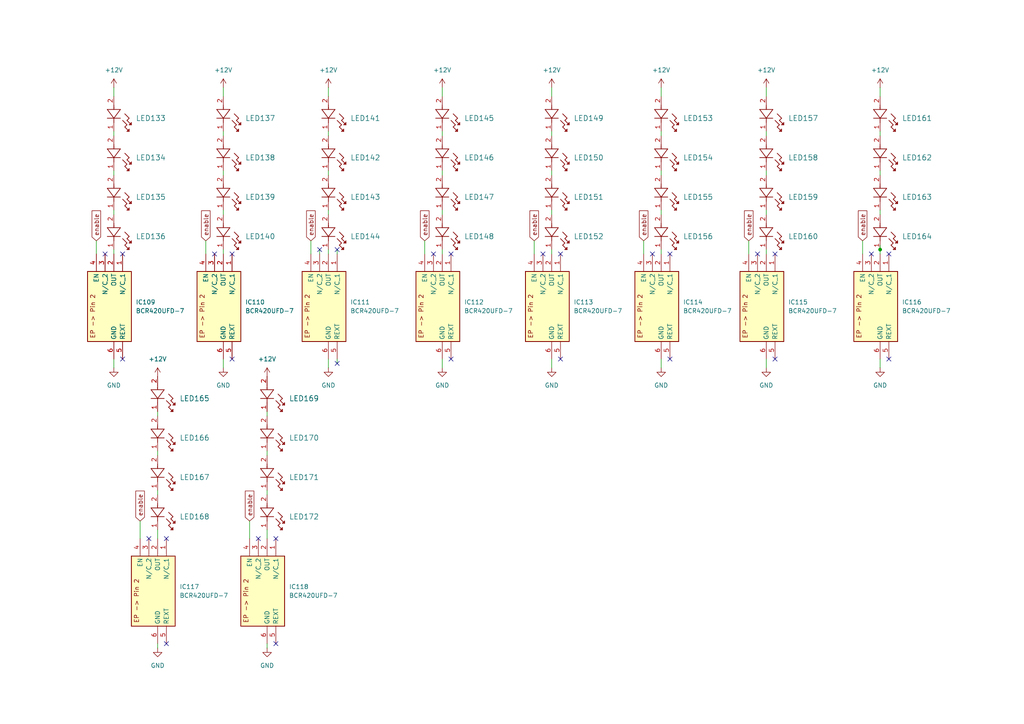
<source format=kicad_sch>
(kicad_sch (version 20250114) (generator "eeschema") (generator_version "9.0")
  (paper "A4")
  (lib_symbols
    (symbol "Projekt:KW_DELPS2.RA-TIVH-FK0PM0-Z555" (pin_names (offset 0.254))
      (property "Reference" "LED" (at 5.08 -4.445 0))
      (property "Value" "KW DELPS2.RA-TIVH-FK0PM0-Z555" (at 5.08 -7.62 0))
      (symbol "KW_DELPS2.RA-TIVH-FK0PM0-Z555_1_1"
        (pin unspecified line (at 0 0 0) (length 2.54) (name "") (number "2"))
        (pin unspecified line (at 10.16 0 180) (length 2.54) (name "") (number "1"))
      )
      (symbol "KW_DELPS2.RA-TIVH-FK0PM0-Z555_1_2"
        (pin unspecified line (at 0 10.16 270) (length 2.54) (name "") (number "1"))
        (pin unspecified line (at 0 0 90) (length 2.54) (name "") (number "2"))
      )
    )
    (symbol "Treiber:BCR420UFD-7"
      (property "Reference" "IC" (at 26.67 7.62 0))
      (property "Value" "BCR420UFD-7" (at 26.67 5.08 0))
      (symbol "BCR420UFD-7_1_1"
        (text "EP -> Pin 2" (at 18.034 -8.636 0) (effects (font (size 1.27 1.27))))
        (pin passive line (at 0 0 0) (length 5.08) (name "N/C_1") (number "1"))
        (pin passive line (at 0 -2.54 0) (length 5.08) (name "OUT") (number "2"))
        (pin passive line (at 0 -5.08 0) (length 5.08) (name "N/C_2") (number "3"))
        (pin passive line (at 0 -7.62 0) (length 5.08) (name "EN") (number "4"))
        (pin passive line (at 30.48 0 180) (length 5.08) (name "REXT") (number "5"))
        (pin passive line (at 30.48 -2.54 180) (length 5.08) (name "GND") (number "6"))
      )
    )
    (symbol "power:+12V" (power) (pin_numbers (hide yes)) (pin_names (offset 0) (hide yes))
      (property "Value" "+12V" (at 0 3.556 0))
      (symbol "+12V_1_1"
        (pin power_in line (at 0 0 90) (length 0) (name "~") (number "1"))
      )
    )
    (symbol "power:GND" (power) (pin_numbers (hide yes)) (pin_names (offset 0) (hide yes))
      (property "Value" "GND" (at 0 -3.81 0))
      (symbol "GND_1_1"
        (pin power_in line (at 0 0 270) (length 0) (name "~") (number "1"))
      )
    )
  )
  (junction (at 255.27 72.39))
  (no_connect (at 224.79 73.66))
  (no_connect (at 30.48 73.66))
  (no_connect (at 162.56 73.66))
  (no_connect (at 224.79 104.14))
  (no_connect (at 35.56 104.14))
  (no_connect (at 67.31 104.14))
  (no_connect (at 80.01 156.21))
  (no_connect (at 194.31 73.66))
  (no_connect (at 48.26 186.69))
  (no_connect (at 48.26 156.21))
  (no_connect (at 35.56 73.66))
  (no_connect (at 157.48 73.66))
  (no_connect (at 125.73 73.66))
  (no_connect (at 252.73 73.66))
  (no_connect (at 97.79 72.39))
  (no_connect (at 67.31 73.66))
  (no_connect (at 194.31 104.14))
  (no_connect (at 257.81 104.14))
  (no_connect (at 219.71 73.66))
  (no_connect (at 189.23 73.66))
  (no_connect (at 62.23 73.66))
  (no_connect (at 43.18 156.21))
  (no_connect (at 80.01 186.69))
  (no_connect (at 92.71 72.39))
  (no_connect (at 130.81 73.66))
  (no_connect (at 162.56 104.14))
  (no_connect (at 257.81 73.66))
  (no_connect (at 97.79 105.41))
  (no_connect (at 74.93 156.21))
  (no_connect (at 130.81 104.14))
  (wire (pts (xy 45.72 130.81) (xy 45.72 132.08)))
  (wire (pts (xy 33.02 38.1) (xy 33.02 39.37)))
  (wire (pts (xy 160.02 104.14) (xy 160.02 106.68)))
  (wire (pts (xy 160.02 49.53) (xy 160.02 50.8)))
  (wire (pts (xy 59.69 69.85) (xy 59.69 73.66)))
  (wire (pts (xy 128.27 49.53) (xy 128.27 50.8)))
  (wire (pts (xy 95.25 104.14) (xy 95.25 106.68)))
  (wire (pts (xy 191.77 38.1) (xy 191.77 39.37)))
  (wire (pts (xy 222.25 60.96) (xy 222.25 62.23)))
  (wire (pts (xy 154.94 73.66) (xy 154.94 69.85)))
  (wire (pts (xy 222.25 38.1) (xy 222.25 39.37)))
  (wire (pts (xy 64.77 38.1) (xy 64.77 39.37)))
  (wire (pts (xy 95.25 49.53) (xy 95.25 50.8)))
  (wire (pts (xy 33.02 60.96) (xy 33.02 62.23)))
  (wire (pts (xy 128.27 60.96) (xy 128.27 62.23)))
  (wire (pts (xy 128.27 106.68) (xy 128.27 104.14)))
  (wire (pts (xy 255.27 60.96) (xy 255.27 62.23)))
  (wire (pts (xy 45.72 142.24) (xy 45.72 143.51)))
  (wire (pts (xy 77.47 119.38) (xy 77.47 120.65)))
  (wire (pts (xy 255.27 38.1) (xy 255.27 39.37)))
  (wire (pts (xy 222.25 25.4) (xy 222.25 27.94)))
  (wire (pts (xy 255.27 71.12) (xy 255.27 72.39)))
  (wire (pts (xy 95.25 60.96) (xy 95.25 62.23)))
  (wire (pts (xy 64.77 49.53) (xy 64.77 50.8)))
  (wire (pts (xy 191.77 72.39) (xy 191.77 73.66)))
  (wire (pts (xy 255.27 106.68) (xy 255.27 104.14)))
  (wire (pts (xy 40.64 151.13) (xy 40.64 156.21)))
  (wire (pts (xy 128.27 72.39) (xy 128.27 73.66)))
  (wire (pts (xy 77.47 153.67) (xy 77.47 156.21)))
  (wire (pts (xy 33.02 49.53) (xy 33.02 50.8)))
  (wire (pts (xy 191.77 49.53) (xy 191.77 50.8)))
  (wire (pts (xy 45.72 119.38) (xy 45.72 120.65)))
  (wire (pts (xy 33.02 106.68) (xy 33.02 104.14)))
  (wire (pts (xy 191.77 106.68) (xy 191.77 104.14)))
  (wire (pts (xy 77.47 186.69) (xy 77.47 187.96)))
  (wire (pts (xy 97.79 72.39) (xy 97.79 73.66)))
  (wire (pts (xy 255.27 49.53) (xy 255.27 50.8)))
  (wire (pts (xy 45.72 186.69) (xy 45.72 187.96)))
  (wire (pts (xy 77.47 130.81) (xy 77.47 132.08)))
  (wire (pts (xy 77.47 142.24) (xy 77.47 143.51)))
  (wire (pts (xy 33.02 72.39) (xy 33.02 73.66)))
  (wire (pts (xy 64.77 106.68) (xy 64.77 104.14)))
  (wire (pts (xy 217.17 69.85) (xy 217.17 73.66)))
  (wire (pts (xy 160.02 72.39) (xy 160.02 73.66)))
  (wire (pts (xy 64.77 60.96) (xy 64.77 62.23)))
  (wire (pts (xy 250.19 69.85) (xy 250.19 73.66)))
  (wire (pts (xy 90.17 69.85) (xy 90.17 73.66)))
  (wire (pts (xy 64.77 25.4) (xy 64.77 27.94)))
  (wire (pts (xy 222.25 106.68) (xy 222.25 104.14)))
  (wire (pts (xy 222.25 49.53) (xy 222.25 50.8)))
  (wire (pts (xy 160.02 60.96) (xy 160.02 62.23)))
  (wire (pts (xy 95.25 25.4) (xy 95.25 27.94)))
  (wire (pts (xy 64.77 72.39) (xy 64.77 73.66)))
  (wire (pts (xy 255.27 72.39) (xy 255.27 73.66)))
  (wire (pts (xy 160.02 38.1) (xy 160.02 39.37)))
  (wire (pts (xy 191.77 60.96) (xy 191.77 62.23)))
  (wire (pts (xy 27.94 69.85) (xy 27.94 73.66)))
  (wire (pts (xy 95.25 38.1) (xy 95.25 39.37)))
  (wire (pts (xy 160.02 25.4) (xy 160.02 27.94)))
  (wire (pts (xy 72.39 151.13) (xy 72.39 156.21)))
  (wire (pts (xy 128.27 38.1) (xy 128.27 39.37)))
  (wire (pts (xy 33.02 25.4) (xy 33.02 27.94)))
  (wire (pts (xy 97.79 105.41) (xy 97.79 104.14)))
  (wire (pts (xy 128.27 25.4) (xy 128.27 27.94)))
  (wire (pts (xy 45.72 153.67) (xy 45.72 156.21)))
  (wire (pts (xy 255.27 25.4) (xy 255.27 27.94)))
  (wire (pts (xy 191.77 25.4) (xy 191.77 27.94)))
  (wire (pts (xy 123.19 69.85) (xy 123.19 73.66)))
  (wire (pts (xy 95.25 72.39) (xy 95.25 73.66)))
  (wire (pts (xy 92.71 72.39) (xy 92.71 73.66)))
  (wire (pts (xy 186.69 69.85) (xy 186.69 73.66)))
  (wire (pts (xy 222.25 72.39) (xy 222.25 73.66)))
  (global_label "enable" (shape input) (at 250.19 69.85 90) (property "Intersheetrefs" "${INTERSHEET_REFS}" (effects (hide yes))))
  (global_label "enable" (shape input) (at 27.94 69.85 90) (property "Intersheetrefs" "${INTERSHEET_REFS}" (effects (hide yes))))
  (global_label "enable" (shape input) (at 154.94 69.85 90) (property "Intersheetrefs" "${INTERSHEET_REFS}" (effects (hide yes))))
  (global_label "enable" (shape input) (at 186.69 69.85 90) (property "Intersheetrefs" "${INTERSHEET_REFS}" (effects (hide yes))))
  (global_label "enable" (shape input) (at 217.17 69.85 90) (property "Intersheetrefs" "${INTERSHEET_REFS}" (effects (hide yes))))
  (global_label "enable" (shape input) (at 72.39 151.13 90) (property "Intersheetrefs" "${INTERSHEET_REFS}" (effects (hide yes))))
  (global_label "enable" (shape input) (at 123.19 69.85 90) (property "Intersheetrefs" "${INTERSHEET_REFS}" (effects (hide yes))))
  (global_label "enable" (shape input) (at 40.64 151.13 90) (property "Intersheetrefs" "${INTERSHEET_REFS}" (effects (hide yes))))
  (global_label "enable" (shape input) (at 59.69 69.85 90) (property "Intersheetrefs" "${INTERSHEET_REFS}" (effects (hide yes))))
  (global_label "enable" (shape input) (at 90.17 69.85 90) (property "Intersheetrefs" "${INTERSHEET_REFS}" (effects (hide yes))))
  (symbol (lib_id "power:GND") (at 33.02 106.68 0) (unit 1) (exclude_from_sim yes)
    (property "Reference" "#PWR0127" (effects (hide yes)))
    (property "Value" "GND" (at 33.02 111.76 0))
    (property "Description" "Power symbol creates a global label with name \"GND\" , ground" (effects (hide yes)))
  )
  (symbol (lib_id "power:GND") (at 45.72 187.96 0) (unit 1) (exclude_from_sim yes)
    (property "Reference" "#PWR0151" (effects (hide yes)))
    (property "Value" "GND" (at 45.72 193.04 0))
    (property "Description" "Power symbol creates a global label with name \"GND\" , ground" (effects (hide yes)))
  )
  (symbol (lib_id "Projekt:KW_DELPS2.RA-TIVH-FK0PM0-Z555") (at 45.72 120.65 270) (unit 1) (exclude_from_sim yes)
    (property "Reference" "LED166" (at 52.07 126.9999 90) (effects (font (size 1.524 1.524)) (justify left)))
    (property "Value" "KW DELPS2.RA-TIVH-FK0PM0-Z555" (effects (hide yes)))
    (property "Footprint" "LED_KW DELPS2.RA_OSR" (effects (hide yes)))
    (property "Datasheet" "KW DELPS2.RA-TIVH-FK0PM0-Z555" (effects (hide yes)))
    (property "Sim.Library" "Lib\\KW_DELPS2.RA.lib" (effects (hide yes)))
    (property "Sim.Name" "KW_DELPS2.RA_x25y27_typ" (effects (hide yes)))
    (property "Sim.Device" "D" (effects (hide yes)))
    (property "Sim.Pins" "1=A 2=K" (effects (hide yes)))
  )
  (symbol (lib_id "Projekt:KW_DELPS2.RA-TIVH-FK0PM0-Z555") (at 33.02 39.37 270) (unit 1) (exclude_from_sim yes)
    (property "Reference" "LED134" (at 39.37 45.7199 90) (effects (font (size 1.524 1.524)) (justify left)))
    (property "Value" "KW DELPS2.RA-TIVH-FK0PM0-Z555" (effects (hide yes)))
    (property "Footprint" "LED_KW DELPS2.RA_OSR" (effects (hide yes)))
    (property "Datasheet" "KW DELPS2.RA-TIVH-FK0PM0-Z555" (effects (hide yes)))
    (property "Sim.Library" "Lib\\KW_DELPS2.RA.lib" (effects (hide yes)))
    (property "Sim.Name" "KW_DELPS2.RA_x25y27_typ" (effects (hide yes)))
    (property "Sim.Device" "D" (effects (hide yes)))
    (property "Sim.Pins" "1=A 2=K" (effects (hide yes)))
  )
  (symbol (lib_id "Projekt:KW_DELPS2.RA-TIVH-FK0PM0-Z555") (at 95.25 62.23 270) (unit 1) (exclude_from_sim yes)
    (property "Reference" "LED144" (at 101.6 68.5799 90) (effects (font (size 1.524 1.524)) (justify left)))
    (property "Value" "KW DELPS2.RA-TIVH-FK0PM0-Z555" (effects (hide yes)))
    (property "Footprint" "LED_KW DELPS2.RA_OSR" (effects (hide yes)))
    (property "Datasheet" "KW DELPS2.RA-TIVH-FK0PM0-Z555" (effects (hide yes)))
    (property "Sim.Library" "Lib\\KW_DELPS2.RA.lib" (effects (hide yes)))
    (property "Sim.Name" "KW_DELPS2.RA_x25y27_typ" (effects (hide yes)))
    (property "Sim.Device" "D" (effects (hide yes)))
    (property "Sim.Pins" "1=A 2=K" (effects (hide yes)))
  )
  (symbol (lib_id "Projekt:KW_DELPS2.RA-TIVH-FK0PM0-Z555") (at 160.02 62.23 270) (unit 1) (exclude_from_sim yes)
    (property "Reference" "LED152" (at 166.37 68.5799 90) (effects (font (size 1.524 1.524)) (justify left)))
    (property "Value" "KW DELPS2.RA-TIVH-FK0PM0-Z555" (effects (hide yes)))
    (property "Footprint" "LED_KW DELPS2.RA_OSR" (effects (hide yes)))
    (property "Datasheet" "KW DELPS2.RA-TIVH-FK0PM0-Z555" (effects (hide yes)))
    (property "Sim.Library" "Lib\\KW_DELPS2.RA.lib" (effects (hide yes)))
    (property "Sim.Name" "KW_DELPS2.RA_x25y27_typ" (effects (hide yes)))
    (property "Sim.Device" "D" (effects (hide yes)))
    (property "Sim.Pins" "1=A 2=K" (effects (hide yes)))
  )
  (symbol (lib_id "Projekt:KW_DELPS2.RA-TIVH-FK0PM0-Z555") (at 77.47 143.51 270) (unit 1) (exclude_from_sim yes)
    (property "Reference" "LED172" (at 83.82 149.8599 90) (effects (font (size 1.524 1.524)) (justify left)))
    (property "Value" "KW DELPS2.RA-TIVH-FK0PM0-Z555" (effects (hide yes)))
    (property "Footprint" "LED_KW DELPS2.RA_OSR" (effects (hide yes)))
    (property "Datasheet" "KW DELPS2.RA-TIVH-FK0PM0-Z555" (effects (hide yes)))
    (property "Sim.Library" "Lib\\KW_DELPS2.RA.lib" (effects (hide yes)))
    (property "Sim.Name" "KW_DELPS2.RA_x25y27_typ" (effects (hide yes)))
    (property "Sim.Device" "D" (effects (hide yes)))
    (property "Sim.Pins" "1=A 2=K" (effects (hide yes)))
  )
  (symbol (lib_id "Projekt:KW_DELPS2.RA-TIVH-FK0PM0-Z555") (at 64.77 62.23 270) (unit 1) (exclude_from_sim yes)
    (property "Reference" "LED140" (at 71.12 68.5799 90) (effects (font (size 1.524 1.524)) (justify left)))
    (property "Value" "KW DELPS2.RA-TIVH-FK0PM0-Z555" (effects (hide yes)))
    (property "Footprint" "LED_KW DELPS2.RA_OSR" (effects (hide yes)))
    (property "Datasheet" "KW DELPS2.RA-TIVH-FK0PM0-Z555" (effects (hide yes)))
    (property "Sim.Library" "Lib\\KW_DELPS2.RA.lib" (effects (hide yes)))
    (property "Sim.Name" "KW_DELPS2.RA_x25y27_typ" (effects (hide yes)))
    (property "Sim.Device" "D" (effects (hide yes)))
    (property "Sim.Pins" "1=A 2=K" (effects (hide yes)))
  )
  (symbol (lib_id "Projekt:KW_DELPS2.RA-TIVH-FK0PM0-Z555") (at 255.27 39.37 270) (unit 1) (exclude_from_sim yes)
    (property "Reference" "LED162" (at 261.62 45.7199 90) (effects (font (size 1.524 1.524)) (justify left)))
    (property "Value" "KW DELPS2.RA-TIVH-FK0PM0-Z555" (effects (hide yes)))
    (property "Footprint" "LED_KW DELPS2.RA_OSR" (effects (hide yes)))
    (property "Datasheet" "KW DELPS2.RA-TIVH-FK0PM0-Z555" (effects (hide yes)))
    (property "Sim.Library" "Lib\\KW_DELPS2.RA.lib" (effects (hide yes)))
    (property "Sim.Name" "KW_DELPS2.RA_x25y27_typ" (effects (hide yes)))
    (property "Sim.Device" "D" (effects (hide yes)))
    (property "Sim.Pins" "1=A 2=K" (effects (hide yes)))
  )
  (symbol (lib_id "Projekt:KW_DELPS2.RA-TIVH-FK0PM0-Z555") (at 45.72 143.51 270) (unit 1) (exclude_from_sim yes)
    (property "Reference" "LED168" (at 52.07 149.8599 90) (effects (font (size 1.524 1.524)) (justify left)))
    (property "Value" "KW DELPS2.RA-TIVH-FK0PM0-Z555" (effects (hide yes)))
    (property "Footprint" "LED_KW DELPS2.RA_OSR" (effects (hide yes)))
    (property "Datasheet" "KW DELPS2.RA-TIVH-FK0PM0-Z555" (effects (hide yes)))
    (property "Sim.Library" "Lib\\KW_DELPS2.RA.lib" (effects (hide yes)))
    (property "Sim.Name" "KW_DELPS2.RA_x25y27_typ" (effects (hide yes)))
    (property "Sim.Device" "D" (effects (hide yes)))
    (property "Sim.Pins" "1=A 2=K" (effects (hide yes)))
  )
  (symbol (lib_id "Projekt:KW_DELPS2.RA-TIVH-FK0PM0-Z555") (at 33.02 62.23 270) (unit 1) (exclude_from_sim yes)
    (property "Reference" "LED136" (at 39.37 68.5799 90) (effects (font (size 1.524 1.524)) (justify left)))
    (property "Value" "KW DELPS2.RA-TIVH-FK0PM0-Z555" (effects (hide yes)))
    (property "Footprint" "LED_KW DELPS2.RA_OSR" (effects (hide yes)))
    (property "Datasheet" "KW DELPS2.RA-TIVH-FK0PM0-Z555" (effects (hide yes)))
    (property "Sim.Library" "Lib\\KW_DELPS2.RA.lib" (effects (hide yes)))
    (property "Sim.Name" "KW_DELPS2.RA_x25y27_typ" (effects (hide yes)))
    (property "Sim.Device" "D" (effects (hide yes)))
    (property "Sim.Pins" "1=A 2=K" (effects (hide yes)))
  )
  (symbol (lib_id "Projekt:KW_DELPS2.RA-TIVH-FK0PM0-Z555") (at 160.02 39.37 270) (unit 1) (exclude_from_sim yes)
    (property "Reference" "LED150" (at 166.37 45.7199 90) (effects (font (size 1.524 1.524)) (justify left)))
    (property "Value" "KW DELPS2.RA-TIVH-FK0PM0-Z555" (effects (hide yes)))
    (property "Footprint" "LED_KW DELPS2.RA_OSR" (effects (hide yes)))
    (property "Datasheet" "KW DELPS2.RA-TIVH-FK0PM0-Z555" (effects (hide yes)))
    (property "Sim.Library" "Lib\\KW_DELPS2.RA.lib" (effects (hide yes)))
    (property "Sim.Name" "KW_DELPS2.RA_x25y27_typ" (effects (hide yes)))
    (property "Sim.Device" "D" (effects (hide yes)))
    (property "Sim.Pins" "1=A 2=K" (effects (hide yes)))
  )
  (symbol (lib_id "Projekt:KW_DELPS2.RA-TIVH-FK0PM0-Z555") (at 45.72 109.22 270) (unit 1) (exclude_from_sim yes)
    (property "Reference" "LED165" (at 52.07 115.5699 90) (effects (font (size 1.524 1.524)) (justify left)))
    (property "Value" "KW DELPS2.RA-TIVH-FK0PM0-Z555" (effects (hide yes)))
    (property "Footprint" "LED_KW DELPS2.RA_OSR" (effects (hide yes)))
    (property "Datasheet" "KW DELPS2.RA-TIVH-FK0PM0-Z555" (effects (hide yes)))
    (property "Sim.Library" "Lib\\KW_DELPS2.RA.lib" (effects (hide yes)))
    (property "Sim.Name" "KW_DELPS2.RA_x25y27_typ" (effects (hide yes)))
    (property "Sim.Device" "D" (effects (hide yes)))
    (property "Sim.Pins" "1=A 2=K" (effects (hide yes)))
  )
  (symbol (lib_id "Projekt:KW_DELPS2.RA-TIVH-FK0PM0-Z555") (at 33.02 27.94 270) (unit 1) (exclude_from_sim yes)
    (property "Reference" "LED133" (at 39.37 34.2899 90) (effects (font (size 1.524 1.524)) (justify left)))
    (property "Value" "KW DELPS2.RA-TIVH-FK0PM0-Z555" (effects (hide yes)))
    (property "Footprint" "LED_KW DELPS2.RA_OSR" (effects (hide yes)))
    (property "Datasheet" "KW DELPS2.RA-TIVH-FK0PM0-Z555" (effects (hide yes)))
    (property "Sim.Library" "Lib\\KW_DELPS2.RA.lib" (effects (hide yes)))
    (property "Sim.Name" "KW_DELPS2.RA_x25y27_typ" (effects (hide yes)))
    (property "Sim.Device" "D" (effects (hide yes)))
    (property "Sim.Pins" "1=A 2=K" (effects (hide yes)))
  )
  (symbol (lib_id "Treiber:BCR420UFD-7") (at 162.56 73.66 270) (unit 1) (exclude_from_sim yes)
    (property "Reference" "IC113" (at 166.37 87.6299 90) (effects (justify left)))
    (property "Value" "BCR420UFD-7" (at 166.37 90.1699 90) (effects (justify left)))
    (property "Footprint" "AP2301SN7" (effects (hide yes)))
    (property "Datasheet" "https://www.diodes.com//assets/Datasheets/BCR420UFD-BCR421UFD2.pdf" (effects (hide yes)))
    (property "Description" "Linear LED Driver 200mA 40V U-DFN2020-6" (effects (hide yes)))
    (property "Height" "0.63" (effects (hide yes)))
    (property "Mouser Part Number" "621-BCR420UFD-7" (effects (hide yes)))
    (property "Mouser Price/Stock" "https://www.mouser.co.uk/ProductDetail/Diodes-Incorporated/BCR420UFD-7?qs=5666Nh5RPmYf%2Flo2mZKyZA%3D%3D" (effects (hide yes)))
    (property "Manufacturer_Name" "Diodes Incorporated" (effects (hide yes)))
    (property "Manufacturer_Part_Number" "BCR420UFD-7" (effects (hide yes)))
    (property "Sim.Library" "Lib\\BCR420UFD.lib" (effects (hide yes)))
    (property "Sim.Name" "BCR420UFD" (effects (hide yes)))
    (property "Sim.Device" "SUBCKT" (effects (hide yes)))
    (property "Sim.Pins" "1=1 2=2 3=3 4=4 5=5 6=6" (effects (hide yes)))
  )
  (symbol (lib_id "power:+12V") (at 128.27 25.4 0) (unit 1) (exclude_from_sim yes)
    (property "Reference" "#PWR0135" (effects (hide yes)))
    (property "Value" "+12V" (at 128.27 20.32 0))
    (property "Description" "Power symbol creates a global label with name \"+12V\"" (effects (hide yes)))
  )
  (symbol (lib_id "Treiber:BCR420UFD-7") (at 67.31 73.66 270) (unit 1) (exclude_from_sim yes)
    (property "Reference" "IC110" (at 71.12 87.6299 90) (effects (justify left)))
    (property "Value" "BCR420UFD-7" (at 71.12 90.1699 90) (effects (justify left)))
    (property "Footprint" "AP2301SN7" (effects (hide yes)))
    (property "Datasheet" "https://www.diodes.com//assets/Datasheets/BCR420UFD-BCR421UFD2.pdf" (effects (hide yes)))
    (property "Description" "Linear LED Driver 200mA 40V U-DFN2020-6" (effects (hide yes)))
    (property "Height" "0.63" (effects (hide yes)))
    (property "Mouser Part Number" "621-BCR420UFD-7" (effects (hide yes)))
    (property "Mouser Price/Stock" "https://www.mouser.co.uk/ProductDetail/Diodes-Incorporated/BCR420UFD-7?qs=5666Nh5RPmYf%2Flo2mZKyZA%3D%3D" (effects (hide yes)))
    (property "Manufacturer_Name" "Diodes Incorporated" (effects (hide yes)))
    (property "Manufacturer_Part_Number" "BCR420UFD-7" (effects (hide yes)))
    (property "Sim.Library" "Lib\\BCR420UFD.lib" (effects (hide yes)))
    (property "Sim.Name" "BCR420UFD" (effects (hide yes)))
    (property "Sim.Device" "SUBCKT" (effects (hide yes)))
    (property "Sim.Pins" "1=1 2=2 3=3 4=4 5=5 6=6" (effects (hide yes)))
  )
  (symbol (lib_id "Treiber:BCR420UFD-7") (at 80.01 156.21 270) (unit 1) (exclude_from_sim yes)
    (property "Reference" "IC118" (at 83.82 170.1799 90) (effects (justify left)))
    (property "Value" "BCR420UFD-7" (at 83.82 172.7199 90) (effects (justify left)))
    (property "Footprint" "AP2301SN7" (effects (hide yes)))
    (property "Datasheet" "https://www.diodes.com//assets/Datasheets/BCR420UFD-BCR421UFD2.pdf" (effects (hide yes)))
    (property "Description" "Linear LED Driver 200mA 40V U-DFN2020-6" (effects (hide yes)))
    (property "Height" "0.63" (effects (hide yes)))
    (property "Mouser Part Number" "621-BCR420UFD-7" (effects (hide yes)))
    (property "Mouser Price/Stock" "https://www.mouser.co.uk/ProductDetail/Diodes-Incorporated/BCR420UFD-7?qs=5666Nh5RPmYf%2Flo2mZKyZA%3D%3D" (effects (hide yes)))
    (property "Manufacturer_Name" "Diodes Incorporated" (effects (hide yes)))
    (property "Manufacturer_Part_Number" "BCR420UFD-7" (effects (hide yes)))
    (property "Sim.Library" "Lib\\BCR420UFD.lib" (effects (hide yes)))
    (property "Sim.Name" "BCR420UFD" (effects (hide yes)))
    (property "Sim.Device" "SUBCKT" (effects (hide yes)))
    (property "Sim.Pins" "1=1 2=2 3=3 4=4 5=5 6=6" (effects (hide yes)))
  )
  (symbol (lib_id "power:+12V") (at 45.72 109.22 0) (unit 1) (exclude_from_sim yes)
    (property "Reference" "#PWR0150" (effects (hide yes)))
    (property "Value" "+12V" (at 45.72 104.14 0))
    (property "Description" "Power symbol creates a global label with name \"+12V\"" (effects (hide yes)))
  )
  (symbol (lib_id "power:+12V") (at 33.02 25.4 0) (unit 1) (exclude_from_sim yes)
    (property "Reference" "#PWR0126" (effects (hide yes)))
    (property "Value" "+12V" (at 33.02 20.32 0))
    (property "Description" "Power symbol creates a global label with name \"+12V\"" (effects (hide yes)))
  )
  (symbol (lib_id "Projekt:KW_DELPS2.RA-TIVH-FK0PM0-Z555") (at 128.27 50.8 270) (unit 1) (exclude_from_sim yes)
    (property "Reference" "LED147" (at 134.62 57.1499 90) (effects (font (size 1.524 1.524)) (justify left)))
    (property "Value" "KW DELPS2.RA-TIVH-FK0PM0-Z555" (effects (hide yes)))
    (property "Footprint" "LED_KW DELPS2.RA_OSR" (effects (hide yes)))
    (property "Datasheet" "KW DELPS2.RA-TIVH-FK0PM0-Z555" (effects (hide yes)))
    (property "Sim.Library" "Lib\\KW_DELPS2.RA.lib" (effects (hide yes)))
    (property "Sim.Name" "KW_DELPS2.RA_x25y27_typ" (effects (hide yes)))
    (property "Sim.Device" "D" (effects (hide yes)))
    (property "Sim.Pins" "1=A 2=K" (effects (hide yes)))
  )
  (symbol (lib_id "Projekt:KW_DELPS2.RA-TIVH-FK0PM0-Z555") (at 191.77 62.23 270) (unit 1) (exclude_from_sim yes)
    (property "Reference" "LED156" (at 198.12 68.5799 90) (effects (font (size 1.524 1.524)) (justify left)))
    (property "Value" "KW DELPS2.RA-TIVH-FK0PM0-Z555" (effects (hide yes)))
    (property "Footprint" "LED_KW DELPS2.RA_OSR" (effects (hide yes)))
    (property "Datasheet" "KW DELPS2.RA-TIVH-FK0PM0-Z555" (effects (hide yes)))
    (property "Sim.Library" "Lib\\KW_DELPS2.RA.lib" (effects (hide yes)))
    (property "Sim.Name" "KW_DELPS2.RA_x25y27_typ" (effects (hide yes)))
    (property "Sim.Device" "D" (effects (hide yes)))
    (property "Sim.Pins" "1=A 2=K" (effects (hide yes)))
  )
  (symbol (lib_id "Projekt:KW_DELPS2.RA-TIVH-FK0PM0-Z555") (at 95.25 50.8 270) (unit 1) (exclude_from_sim yes)
    (property "Reference" "LED143" (at 101.6 57.1499 90) (effects (font (size 1.524 1.524)) (justify left)))
    (property "Value" "KW DELPS2.RA-TIVH-FK0PM0-Z555" (effects (hide yes)))
    (property "Footprint" "LED_KW DELPS2.RA_OSR" (effects (hide yes)))
    (property "Datasheet" "KW DELPS2.RA-TIVH-FK0PM0-Z555" (effects (hide yes)))
    (property "Sim.Library" "Lib\\KW_DELPS2.RA.lib" (effects (hide yes)))
    (property "Sim.Name" "KW_DELPS2.RA_x25y27_typ" (effects (hide yes)))
    (property "Sim.Device" "D" (effects (hide yes)))
    (property "Sim.Pins" "1=A 2=K" (effects (hide yes)))
  )
  (symbol (lib_id "Treiber:BCR420UFD-7") (at 194.31 73.66 270) (unit 1) (exclude_from_sim yes)
    (property "Reference" "IC114" (at 198.12 87.6299 90) (effects (justify left)))
    (property "Value" "BCR420UFD-7" (at 198.12 90.1699 90) (effects (justify left)))
    (property "Footprint" "AP2301SN7" (effects (hide yes)))
    (property "Datasheet" "https://www.diodes.com//assets/Datasheets/BCR420UFD-BCR421UFD2.pdf" (effects (hide yes)))
    (property "Description" "Linear LED Driver 200mA 40V U-DFN2020-6" (effects (hide yes)))
    (property "Height" "0.63" (effects (hide yes)))
    (property "Mouser Part Number" "621-BCR420UFD-7" (effects (hide yes)))
    (property "Mouser Price/Stock" "https://www.mouser.co.uk/ProductDetail/Diodes-Incorporated/BCR420UFD-7?qs=5666Nh5RPmYf%2Flo2mZKyZA%3D%3D" (effects (hide yes)))
    (property "Manufacturer_Name" "Diodes Incorporated" (effects (hide yes)))
    (property "Manufacturer_Part_Number" "BCR420UFD-7" (effects (hide yes)))
    (property "Sim.Library" "Lib\\BCR420UFD.lib" (effects (hide yes)))
    (property "Sim.Name" "BCR420UFD" (effects (hide yes)))
    (property "Sim.Device" "SUBCKT" (effects (hide yes)))
    (property "Sim.Pins" "1=1 2=2 3=3 4=4 5=5 6=6" (effects (hide yes)))
  )
  (symbol (lib_id "Treiber:BCR420UFD-7") (at 257.81 73.66 270) (unit 1) (exclude_from_sim yes)
    (property "Reference" "IC116" (at 261.62 87.6299 90) (effects (justify left)))
    (property "Value" "BCR420UFD-7" (at 261.62 90.1699 90) (effects (justify left)))
    (property "Footprint" "AP2301SN7" (effects (hide yes)))
    (property "Datasheet" "https://www.diodes.com//assets/Datasheets/BCR420UFD-BCR421UFD2.pdf" (effects (hide yes)))
    (property "Description" "Linear LED Driver 200mA 40V U-DFN2020-6" (effects (hide yes)))
    (property "Height" "0.63" (effects (hide yes)))
    (property "Mouser Part Number" "621-BCR420UFD-7" (effects (hide yes)))
    (property "Mouser Price/Stock" "https://www.mouser.co.uk/ProductDetail/Diodes-Incorporated/BCR420UFD-7?qs=5666Nh5RPmYf%2Flo2mZKyZA%3D%3D" (effects (hide yes)))
    (property "Manufacturer_Name" "Diodes Incorporated" (effects (hide yes)))
    (property "Manufacturer_Part_Number" "BCR420UFD-7" (effects (hide yes)))
    (property "Sim.Library" "Lib\\BCR420UFD.lib" (effects (hide yes)))
    (property "Sim.Name" "BCR420UFD" (effects (hide yes)))
    (property "Sim.Device" "SUBCKT" (effects (hide yes)))
    (property "Sim.Pins" "1=1 2=2 3=3 4=4 5=5 6=6" (effects (hide yes)))
  )
  (symbol (lib_id "Projekt:KW_DELPS2.RA-TIVH-FK0PM0-Z555") (at 128.27 39.37 270) (unit 1) (exclude_from_sim yes)
    (property "Reference" "LED146" (at 134.62 45.7199 90) (effects (font (size 1.524 1.524)) (justify left)))
    (property "Value" "KW DELPS2.RA-TIVH-FK0PM0-Z555" (effects (hide yes)))
    (property "Footprint" "LED_KW DELPS2.RA_OSR" (effects (hide yes)))
    (property "Datasheet" "KW DELPS2.RA-TIVH-FK0PM0-Z555" (effects (hide yes)))
    (property "Sim.Library" "Lib\\KW_DELPS2.RA.lib" (effects (hide yes)))
    (property "Sim.Name" "KW_DELPS2.RA_x25y27_typ" (effects (hide yes)))
    (property "Sim.Device" "D" (effects (hide yes)))
    (property "Sim.Pins" "1=A 2=K" (effects (hide yes)))
  )
  (symbol (lib_id "power:GND") (at 128.27 106.68 0) (unit 1) (exclude_from_sim yes)
    (property "Reference" "#PWR0136" (effects (hide yes)))
    (property "Value" "GND" (at 128.27 111.76 0))
    (property "Description" "Power symbol creates a global label with name \"GND\" , ground" (effects (hide yes)))
  )
  (symbol (lib_id "Projekt:KW_DELPS2.RA-TIVH-FK0PM0-Z555") (at 77.47 120.65 270) (unit 1) (exclude_from_sim yes)
    (property "Reference" "LED170" (at 83.82 126.9999 90) (effects (font (size 1.524 1.524)) (justify left)))
    (property "Value" "KW DELPS2.RA-TIVH-FK0PM0-Z555" (effects (hide yes)))
    (property "Footprint" "LED_KW DELPS2.RA_OSR" (effects (hide yes)))
    (property "Datasheet" "KW DELPS2.RA-TIVH-FK0PM0-Z555" (effects (hide yes)))
    (property "Sim.Library" "Lib\\KW_DELPS2.RA.lib" (effects (hide yes)))
    (property "Sim.Name" "KW_DELPS2.RA_x25y27_typ" (effects (hide yes)))
    (property "Sim.Device" "D" (effects (hide yes)))
    (property "Sim.Pins" "1=A 2=K" (effects (hide yes)))
  )
  (symbol (lib_id "Projekt:KW_DELPS2.RA-TIVH-FK0PM0-Z555") (at 64.77 39.37 270) (unit 1) (exclude_from_sim yes)
    (property "Reference" "LED138" (at 71.12 45.7199 90) (effects (font (size 1.524 1.524)) (justify left)))
    (property "Value" "KW DELPS2.RA-TIVH-FK0PM0-Z555" (effects (hide yes)))
    (property "Footprint" "LED_KW DELPS2.RA_OSR" (effects (hide yes)))
    (property "Datasheet" "KW DELPS2.RA-TIVH-FK0PM0-Z555" (effects (hide yes)))
    (property "Sim.Library" "Lib\\KW_DELPS2.RA.lib" (effects (hide yes)))
    (property "Sim.Name" "KW_DELPS2.RA_x25y27_typ" (effects (hide yes)))
    (property "Sim.Device" "D" (effects (hide yes)))
    (property "Sim.Pins" "1=A 2=K" (effects (hide yes)))
  )
  (symbol (lib_id "power:GND") (at 255.27 106.68 0) (unit 1) (exclude_from_sim yes)
    (property "Reference" "#PWR0148" (effects (hide yes)))
    (property "Value" "GND" (at 255.27 111.76 0))
    (property "Description" "Power symbol creates a global label with name \"GND\" , ground" (effects (hide yes)))
  )
  (symbol (lib_id "Projekt:KW_DELPS2.RA-TIVH-FK0PM0-Z555") (at 191.77 39.37 270) (unit 1) (exclude_from_sim yes)
    (property "Reference" "LED154" (at 198.12 45.7199 90) (effects (font (size 1.524 1.524)) (justify left)))
    (property "Value" "KW DELPS2.RA-TIVH-FK0PM0-Z555" (effects (hide yes)))
    (property "Footprint" "LED_KW DELPS2.RA_OSR" (effects (hide yes)))
    (property "Datasheet" "KW DELPS2.RA-TIVH-FK0PM0-Z555" (effects (hide yes)))
    (property "Sim.Library" "Lib\\KW_DELPS2.RA.lib" (effects (hide yes)))
    (property "Sim.Name" "KW_DELPS2.RA_x25y27_typ" (effects (hide yes)))
    (property "Sim.Device" "D" (effects (hide yes)))
    (property "Sim.Pins" "1=A 2=K" (effects (hide yes)))
  )
  (symbol (lib_id "power:GND") (at 222.25 106.68 0) (unit 1) (exclude_from_sim yes)
    (property "Reference" "#PWR0145" (effects (hide yes)))
    (property "Value" "GND" (at 222.25 111.76 0))
    (property "Description" "Power symbol creates a global label with name \"GND\" , ground" (effects (hide yes)))
  )
  (symbol (lib_id "Projekt:KW_DELPS2.RA-TIVH-FK0PM0-Z555") (at 128.27 62.23 270) (unit 1) (exclude_from_sim yes)
    (property "Reference" "LED148" (at 134.62 68.5799 90) (effects (font (size 1.524 1.524)) (justify left)))
    (property "Value" "KW DELPS2.RA-TIVH-FK0PM0-Z555" (effects (hide yes)))
    (property "Footprint" "LED_KW DELPS2.RA_OSR" (effects (hide yes)))
    (property "Datasheet" "KW DELPS2.RA-TIVH-FK0PM0-Z555" (effects (hide yes)))
    (property "Sim.Library" "Lib\\KW_DELPS2.RA.lib" (effects (hide yes)))
    (property "Sim.Name" "KW_DELPS2.RA_x25y27_typ" (effects (hide yes)))
    (property "Sim.Device" "D" (effects (hide yes)))
    (property "Sim.Pins" "1=A 2=K" (effects (hide yes)))
  )
  (symbol (lib_id "Projekt:KW_DELPS2.RA-TIVH-FK0PM0-Z555") (at 160.02 50.8 270) (unit 1) (exclude_from_sim yes)
    (property "Reference" "LED151" (at 166.37 57.1499 90) (effects (font (size 1.524 1.524)) (justify left)))
    (property "Value" "KW DELPS2.RA-TIVH-FK0PM0-Z555" (effects (hide yes)))
    (property "Footprint" "LED_KW DELPS2.RA_OSR" (effects (hide yes)))
    (property "Datasheet" "KW DELPS2.RA-TIVH-FK0PM0-Z555" (effects (hide yes)))
    (property "Sim.Library" "Lib\\KW_DELPS2.RA.lib" (effects (hide yes)))
    (property "Sim.Name" "KW_DELPS2.RA_x25y27_typ" (effects (hide yes)))
    (property "Sim.Device" "D" (effects (hide yes)))
    (property "Sim.Pins" "1=A 2=K" (effects (hide yes)))
  )
  (symbol (lib_id "Treiber:BCR420UFD-7") (at 224.79 73.66 270) (unit 1) (exclude_from_sim yes)
    (property "Reference" "IC115" (at 228.6 87.6299 90) (effects (justify left)))
    (property "Value" "BCR420UFD-7" (at 228.6 90.1699 90) (effects (justify left)))
    (property "Footprint" "AP2301SN7" (effects (hide yes)))
    (property "Datasheet" "https://www.diodes.com//assets/Datasheets/BCR420UFD-BCR421UFD2.pdf" (effects (hide yes)))
    (property "Description" "Linear LED Driver 200mA 40V U-DFN2020-6" (effects (hide yes)))
    (property "Height" "0.63" (effects (hide yes)))
    (property "Mouser Part Number" "621-BCR420UFD-7" (effects (hide yes)))
    (property "Mouser Price/Stock" "https://www.mouser.co.uk/ProductDetail/Diodes-Incorporated/BCR420UFD-7?qs=5666Nh5RPmYf%2Flo2mZKyZA%3D%3D" (effects (hide yes)))
    (property "Manufacturer_Name" "Diodes Incorporated" (effects (hide yes)))
    (property "Manufacturer_Part_Number" "BCR420UFD-7" (effects (hide yes)))
    (property "Sim.Library" "Lib\\BCR420UFD.lib" (effects (hide yes)))
    (property "Sim.Name" "BCR420UFD" (effects (hide yes)))
    (property "Sim.Device" "SUBCKT" (effects (hide yes)))
    (property "Sim.Pins" "1=1 2=2 3=3 4=4 5=5 6=6" (effects (hide yes)))
  )
  (symbol (lib_id "power:GND") (at 64.77 106.68 0) (unit 1) (exclude_from_sim yes)
    (property "Reference" "#PWR0130" (effects (hide yes)))
    (property "Value" "GND" (at 64.77 111.76 0))
    (property "Description" "Power symbol creates a global label with name \"GND\" , ground" (effects (hide yes)))
  )
  (symbol (lib_id "power:GND") (at 77.47 187.96 0) (unit 1) (exclude_from_sim yes)
    (property "Reference" "#PWR0154" (effects (hide yes)))
    (property "Value" "GND" (at 77.47 193.04 0))
    (property "Description" "Power symbol creates a global label with name \"GND\" , ground" (effects (hide yes)))
  )
  (symbol (lib_id "Projekt:KW_DELPS2.RA-TIVH-FK0PM0-Z555") (at 222.25 39.37 270) (unit 1) (exclude_from_sim yes)
    (property "Reference" "LED158" (at 228.6 45.7199 90) (effects (font (size 1.524 1.524)) (justify left)))
    (property "Value" "KW DELPS2.RA-TIVH-FK0PM0-Z555" (effects (hide yes)))
    (property "Footprint" "LED_KW DELPS2.RA_OSR" (effects (hide yes)))
    (property "Datasheet" "KW DELPS2.RA-TIVH-FK0PM0-Z555" (effects (hide yes)))
    (property "Sim.Library" "Lib\\KW_DELPS2.RA.lib" (effects (hide yes)))
    (property "Sim.Name" "KW_DELPS2.RA_x25y27_typ" (effects (hide yes)))
    (property "Sim.Device" "D" (effects (hide yes)))
    (property "Sim.Pins" "1=A 2=K" (effects (hide yes)))
  )
  (symbol (lib_id "Projekt:KW_DELPS2.RA-TIVH-FK0PM0-Z555") (at 255.27 27.94 270) (unit 1) (exclude_from_sim yes)
    (property "Reference" "LED161" (at 261.62 34.2899 90) (effects (font (size 1.524 1.524)) (justify left)))
    (property "Value" "KW DELPS2.RA-TIVH-FK0PM0-Z555" (effects (hide yes)))
    (property "Footprint" "LED_KW DELPS2.RA_OSR" (effects (hide yes)))
    (property "Datasheet" "KW DELPS2.RA-TIVH-FK0PM0-Z555" (effects (hide yes)))
    (property "Sim.Library" "Lib\\KW_DELPS2.RA.lib" (effects (hide yes)))
    (property "Sim.Name" "KW_DELPS2.RA_x25y27_typ" (effects (hide yes)))
    (property "Sim.Device" "D" (effects (hide yes)))
    (property "Sim.Pins" "1=A 2=K" (effects (hide yes)))
  )
  (symbol (lib_id "power:+12V") (at 255.27 25.4 0) (unit 1) (exclude_from_sim yes)
    (property "Reference" "#PWR0147" (effects (hide yes)))
    (property "Value" "+12V" (at 255.27 20.32 0))
    (property "Description" "Power symbol creates a global label with name \"+12V\"" (effects (hide yes)))
  )
  (symbol (lib_id "Projekt:KW_DELPS2.RA-TIVH-FK0PM0-Z555") (at 255.27 62.23 270) (unit 1) (exclude_from_sim yes)
    (property "Reference" "LED164" (at 261.62 68.5799 90) (effects (font (size 1.524 1.524)) (justify left)))
    (property "Value" "KW DELPS2.RA-TIVH-FK0PM0-Z555" (effects (hide yes)))
    (property "Footprint" "LED_KW DELPS2.RA_OSR" (effects (hide yes)))
    (property "Datasheet" "KW DELPS2.RA-TIVH-FK0PM0-Z555" (effects (hide yes)))
    (property "Sim.Library" "Lib\\KW_DELPS2.RA.lib" (effects (hide yes)))
    (property "Sim.Name" "KW_DELPS2.RA_x25y27_typ" (effects (hide yes)))
    (property "Sim.Device" "D" (effects (hide yes)))
    (property "Sim.Pins" "1=A 2=K" (effects (hide yes)))
  )
  (symbol (lib_id "power:+12V") (at 222.25 25.4 0) (unit 1) (exclude_from_sim yes)
    (property "Reference" "#PWR0144" (effects (hide yes)))
    (property "Value" "+12V" (at 222.25 20.32 0))
    (property "Description" "Power symbol creates a global label with name \"+12V\"" (effects (hide yes)))
  )
  (symbol (lib_id "Treiber:BCR420UFD-7") (at 97.79 73.66 270) (unit 1) (exclude_from_sim yes)
    (property "Reference" "IC111" (at 101.6 87.6299 90) (effects (justify left)))
    (property "Value" "BCR420UFD-7" (at 101.6 90.1699 90) (effects (justify left)))
    (property "Footprint" "AP2301SN7" (effects (hide yes)))
    (property "Datasheet" "https://www.diodes.com//assets/Datasheets/BCR420UFD-BCR421UFD2.pdf" (effects (hide yes)))
    (property "Description" "Linear LED Driver 200mA 40V U-DFN2020-6" (effects (hide yes)))
    (property "Height" "0.63" (effects (hide yes)))
    (property "Mouser Part Number" "621-BCR420UFD-7" (effects (hide yes)))
    (property "Mouser Price/Stock" "https://www.mouser.co.uk/ProductDetail/Diodes-Incorporated/BCR420UFD-7?qs=5666Nh5RPmYf%2Flo2mZKyZA%3D%3D" (effects (hide yes)))
    (property "Manufacturer_Name" "Diodes Incorporated" (effects (hide yes)))
    (property "Manufacturer_Part_Number" "BCR420UFD-7" (effects (hide yes)))
    (property "Sim.Library" "Lib\\BCR420UFD.lib" (effects (hide yes)))
    (property "Sim.Name" "BCR420UFD" (effects (hide yes)))
    (property "Sim.Device" "SUBCKT" (effects (hide yes)))
    (property "Sim.Pins" "1=1 2=2 3=3 4=4 5=5 6=6" (effects (hide yes)))
  )
  (symbol (lib_id "Projekt:KW_DELPS2.RA-TIVH-FK0PM0-Z555") (at 45.72 132.08 270) (unit 1) (exclude_from_sim yes)
    (property "Reference" "LED167" (at 52.07 138.4299 90) (effects (font (size 1.524 1.524)) (justify left)))
    (property "Value" "KW DELPS2.RA-TIVH-FK0PM0-Z555" (effects (hide yes)))
    (property "Footprint" "LED_KW DELPS2.RA_OSR" (effects (hide yes)))
    (property "Datasheet" "KW DELPS2.RA-TIVH-FK0PM0-Z555" (effects (hide yes)))
    (property "Sim.Library" "Lib\\KW_DELPS2.RA.lib" (effects (hide yes)))
    (property "Sim.Name" "KW_DELPS2.RA_x25y27_typ" (effects (hide yes)))
    (property "Sim.Device" "D" (effects (hide yes)))
    (property "Sim.Pins" "1=A 2=K" (effects (hide yes)))
  )
  (symbol (lib_id "Projekt:KW_DELPS2.RA-TIVH-FK0PM0-Z555") (at 33.02 50.8 270) (unit 1) (exclude_from_sim yes)
    (property "Reference" "LED135" (at 39.37 57.1499 90) (effects (font (size 1.524 1.524)) (justify left)))
    (property "Value" "KW DELPS2.RA-TIVH-FK0PM0-Z555" (effects (hide yes)))
    (property "Footprint" "LED_KW DELPS2.RA_OSR" (effects (hide yes)))
    (property "Datasheet" "KW DELPS2.RA-TIVH-FK0PM0-Z555" (effects (hide yes)))
    (property "Sim.Library" "Lib\\KW_DELPS2.RA.lib" (effects (hide yes)))
    (property "Sim.Name" "KW_DELPS2.RA_x25y27_typ" (effects (hide yes)))
    (property "Sim.Device" "D" (effects (hide yes)))
    (property "Sim.Pins" "1=A 2=K" (effects (hide yes)))
  )
  (symbol (lib_id "power:+12V") (at 191.77 25.4 0) (unit 1) (exclude_from_sim yes)
    (property "Reference" "#PWR0141" (effects (hide yes)))
    (property "Value" "+12V" (at 191.77 20.32 0))
    (property "Description" "Power symbol creates a global label with name \"+12V\"" (effects (hide yes)))
  )
  (symbol (lib_id "Projekt:KW_DELPS2.RA-TIVH-FK0PM0-Z555") (at 255.27 50.8 270) (unit 1) (exclude_from_sim yes)
    (property "Reference" "LED163" (at 261.62 57.1499 90) (effects (font (size 1.524 1.524)) (justify left)))
    (property "Value" "KW DELPS2.RA-TIVH-FK0PM0-Z555" (effects (hide yes)))
    (property "Footprint" "LED_KW DELPS2.RA_OSR" (effects (hide yes)))
    (property "Datasheet" "KW DELPS2.RA-TIVH-FK0PM0-Z555" (effects (hide yes)))
    (property "Sim.Library" "Lib\\KW_DELPS2.RA.lib" (effects (hide yes)))
    (property "Sim.Name" "KW_DELPS2.RA_x25y27_typ" (effects (hide yes)))
    (property "Sim.Device" "D" (effects (hide yes)))
    (property "Sim.Pins" "1=A 2=K" (effects (hide yes)))
  )
  (symbol (lib_id "Treiber:BCR420UFD-7") (at 35.56 73.66 270) (unit 1) (exclude_from_sim yes)
    (property "Reference" "IC109" (at 39.37 87.6299 90) (effects (justify left)))
    (property "Value" "BCR420UFD-7" (at 39.37 90.1699 90) (effects (justify left)))
    (property "Footprint" "AP2301SN7" (effects (hide yes)))
    (property "Datasheet" "https://www.diodes.com//assets/Datasheets/BCR420UFD-BCR421UFD2.pdf" (effects (hide yes)))
    (property "Description" "Linear LED Driver 200mA 40V U-DFN2020-6" (effects (hide yes)))
    (property "Height" "0.63" (effects (hide yes)))
    (property "Mouser Part Number" "621-BCR420UFD-7" (effects (hide yes)))
    (property "Mouser Price/Stock" "https://www.mouser.co.uk/ProductDetail/Diodes-Incorporated/BCR420UFD-7?qs=5666Nh5RPmYf%2Flo2mZKyZA%3D%3D" (effects (hide yes)))
    (property "Manufacturer_Name" "Diodes Incorporated" (effects (hide yes)))
    (property "Manufacturer_Part_Number" "BCR420UFD-7" (effects (hide yes)))
    (property "Sim.Library" "Lib\\BCR420UFD.lib" (effects (hide yes)))
    (property "Sim.Name" "BCR420UFD" (effects (hide yes)))
    (property "Sim.Device" "SUBCKT" (effects (hide yes)))
    (property "Sim.Pins" "1=1 2=2 3=3 4=4 5=5 6=6" (effects (hide yes)))
  )
  (symbol (lib_id "Treiber:BCR420UFD-7") (at 48.26 156.21 270) (unit 1) (exclude_from_sim yes)
    (property "Reference" "IC117" (at 52.07 170.1799 90) (effects (justify left)))
    (property "Value" "BCR420UFD-7" (at 52.07 172.7199 90) (effects (justify left)))
    (property "Footprint" "AP2301SN7" (effects (hide yes)))
    (property "Datasheet" "https://www.diodes.com//assets/Datasheets/BCR420UFD-BCR421UFD2.pdf" (effects (hide yes)))
    (property "Description" "Linear LED Driver 200mA 40V U-DFN2020-6" (effects (hide yes)))
    (property "Height" "0.63" (effects (hide yes)))
    (property "Mouser Part Number" "621-BCR420UFD-7" (effects (hide yes)))
    (property "Mouser Price/Stock" "https://www.mouser.co.uk/ProductDetail/Diodes-Incorporated/BCR420UFD-7?qs=5666Nh5RPmYf%2Flo2mZKyZA%3D%3D" (effects (hide yes)))
    (property "Manufacturer_Name" "Diodes Incorporated" (effects (hide yes)))
    (property "Manufacturer_Part_Number" "BCR420UFD-7" (effects (hide yes)))
    (property "Sim.Library" "Lib\\BCR420UFD.lib" (effects (hide yes)))
    (property "Sim.Name" "BCR420UFD" (effects (hide yes)))
    (property "Sim.Device" "SUBCKT" (effects (hide yes)))
    (property "Sim.Pins" "1=1 2=2 3=3 4=4 5=5 6=6" (effects (hide yes)))
  )
  (symbol (lib_id "power:+12V") (at 160.02 25.4 0) (unit 1) (exclude_from_sim yes)
    (property "Reference" "#PWR0138" (effects (hide yes)))
    (property "Value" "+12V" (at 160.02 20.32 0))
    (property "Description" "Power symbol creates a global label with name \"+12V\"" (effects (hide yes)))
  )
  (symbol (lib_id "power:+12V") (at 77.47 109.22 0) (unit 1) (exclude_from_sim yes)
    (property "Reference" "#PWR0153" (effects (hide yes)))
    (property "Value" "+12V" (at 77.47 104.14 0))
    (property "Description" "Power symbol creates a global label with name \"+12V\"" (effects (hide yes)))
  )
  (symbol (lib_id "power:+12V") (at 64.77 25.4 0) (unit 1) (exclude_from_sim yes)
    (property "Reference" "#PWR0129" (effects (hide yes)))
    (property "Value" "+12V" (at 64.77 20.32 0))
    (property "Description" "Power symbol creates a global label with name \"+12V\"" (effects (hide yes)))
  )
  (symbol (lib_id "Projekt:KW_DELPS2.RA-TIVH-FK0PM0-Z555") (at 77.47 109.22 270) (unit 1) (exclude_from_sim yes)
    (property "Reference" "LED169" (at 83.82 115.5699 90) (effects (font (size 1.524 1.524)) (justify left)))
    (property "Value" "KW DELPS2.RA-TIVH-FK0PM0-Z555" (effects (hide yes)))
    (property "Footprint" "LED_KW DELPS2.RA_OSR" (effects (hide yes)))
    (property "Datasheet" "KW DELPS2.RA-TIVH-FK0PM0-Z555" (effects (hide yes)))
    (property "Sim.Library" "Lib\\KW_DELPS2.RA.lib" (effects (hide yes)))
    (property "Sim.Name" "KW_DELPS2.RA_x25y27_typ" (effects (hide yes)))
    (property "Sim.Device" "D" (effects (hide yes)))
    (property "Sim.Pins" "1=A 2=K" (effects (hide yes)))
  )
  (symbol (lib_id "Projekt:KW_DELPS2.RA-TIVH-FK0PM0-Z555") (at 64.77 27.94 270) (unit 1) (exclude_from_sim yes)
    (property "Reference" "LED137" (at 71.12 34.2899 90) (effects (font (size 1.524 1.524)) (justify left)))
    (property "Value" "KW DELPS2.RA-TIVH-FK0PM0-Z555" (effects (hide yes)))
    (property "Footprint" "LED_KW DELPS2.RA_OSR" (effects (hide yes)))
    (property "Datasheet" "KW DELPS2.RA-TIVH-FK0PM0-Z555" (effects (hide yes)))
    (property "Sim.Library" "Lib\\KW_DELPS2.RA.lib" (effects (hide yes)))
    (property "Sim.Name" "KW_DELPS2.RA_x25y27_typ" (effects (hide yes)))
    (property "Sim.Device" "D" (effects (hide yes)))
    (property "Sim.Pins" "1=A 2=K" (effects (hide yes)))
  )
  (symbol (lib_id "power:GND") (at 191.77 106.68 0) (unit 1) (exclude_from_sim yes)
    (property "Reference" "#PWR0142" (effects (hide yes)))
    (property "Value" "GND" (at 191.77 111.76 0))
    (property "Description" "Power symbol creates a global label with name \"GND\" , ground" (effects (hide yes)))
  )
  (symbol (lib_id "Projekt:KW_DELPS2.RA-TIVH-FK0PM0-Z555") (at 77.47 132.08 270) (unit 1) (exclude_from_sim yes)
    (property "Reference" "LED171" (at 83.82 138.4299 90) (effects (font (size 1.524 1.524)) (justify left)))
    (property "Value" "KW DELPS2.RA-TIVH-FK0PM0-Z555" (effects (hide yes)))
    (property "Footprint" "LED_KW DELPS2.RA_OSR" (effects (hide yes)))
    (property "Datasheet" "KW DELPS2.RA-TIVH-FK0PM0-Z555" (effects (hide yes)))
    (property "Sim.Library" "Lib\\KW_DELPS2.RA.lib" (effects (hide yes)))
    (property "Sim.Name" "KW_DELPS2.RA_x25y27_typ" (effects (hide yes)))
    (property "Sim.Device" "D" (effects (hide yes)))
    (property "Sim.Pins" "1=A 2=K" (effects (hide yes)))
  )
  (symbol (lib_id "Projekt:KW_DELPS2.RA-TIVH-FK0PM0-Z555") (at 64.77 50.8 270) (unit 1) (exclude_from_sim yes)
    (property "Reference" "LED139" (at 71.12 57.1499 90) (effects (font (size 1.524 1.524)) (justify left)))
    (property "Value" "KW DELPS2.RA-TIVH-FK0PM0-Z555" (effects (hide yes)))
    (property "Footprint" "LED_KW DELPS2.RA_OSR" (effects (hide yes)))
    (property "Datasheet" "KW DELPS2.RA-TIVH-FK0PM0-Z555" (effects (hide yes)))
    (property "Sim.Library" "Lib\\KW_DELPS2.RA.lib" (effects (hide yes)))
    (property "Sim.Name" "KW_DELPS2.RA_x25y27_typ" (effects (hide yes)))
    (property "Sim.Device" "D" (effects (hide yes)))
    (property "Sim.Pins" "1=A 2=K" (effects (hide yes)))
  )
  (symbol (lib_id "power:+12V") (at 95.25 25.4 0) (unit 1) (exclude_from_sim yes)
    (property "Reference" "#PWR0132" (effects (hide yes)))
    (property "Value" "+12V" (at 95.25 20.32 0))
    (property "Description" "Power symbol creates a global label with name \"+12V\"" (effects (hide yes)))
  )
  (symbol (lib_id "Projekt:KW_DELPS2.RA-TIVH-FK0PM0-Z555") (at 222.25 27.94 270) (unit 1) (exclude_from_sim yes)
    (property "Reference" "LED157" (at 228.6 34.2899 90) (effects (font (size 1.524 1.524)) (justify left)))
    (property "Value" "KW DELPS2.RA-TIVH-FK0PM0-Z555" (effects (hide yes)))
    (property "Footprint" "LED_KW DELPS2.RA_OSR" (effects (hide yes)))
    (property "Datasheet" "KW DELPS2.RA-TIVH-FK0PM0-Z555" (effects (hide yes)))
    (property "Sim.Library" "Lib\\KW_DELPS2.RA.lib" (effects (hide yes)))
    (property "Sim.Name" "KW_DELPS2.RA_x25y27_typ" (effects (hide yes)))
    (property "Sim.Device" "D" (effects (hide yes)))
    (property "Sim.Pins" "1=A 2=K" (effects (hide yes)))
  )
  (symbol (lib_id "Projekt:KW_DELPS2.RA-TIVH-FK0PM0-Z555") (at 222.25 50.8 270) (unit 1) (exclude_from_sim yes)
    (property "Reference" "LED159" (at 228.6 57.1499 90) (effects (font (size 1.524 1.524)) (justify left)))
    (property "Value" "KW DELPS2.RA-TIVH-FK0PM0-Z555" (effects (hide yes)))
    (property "Footprint" "LED_KW DELPS2.RA_OSR" (effects (hide yes)))
    (property "Datasheet" "KW DELPS2.RA-TIVH-FK0PM0-Z555" (effects (hide yes)))
    (property "Sim.Library" "Lib\\KW_DELPS2.RA.lib" (effects (hide yes)))
    (property "Sim.Name" "KW_DELPS2.RA_x25y27_typ" (effects (hide yes)))
    (property "Sim.Device" "D" (effects (hide yes)))
    (property "Sim.Pins" "1=A 2=K" (effects (hide yes)))
  )
  (symbol (lib_id "Projekt:KW_DELPS2.RA-TIVH-FK0PM0-Z555") (at 191.77 50.8 270) (unit 1) (exclude_from_sim yes)
    (property "Reference" "LED155" (at 198.12 57.1499 90) (effects (font (size 1.524 1.524)) (justify left)))
    (property "Value" "KW DELPS2.RA-TIVH-FK0PM0-Z555" (effects (hide yes)))
    (property "Footprint" "LED_KW DELPS2.RA_OSR" (effects (hide yes)))
    (property "Datasheet" "KW DELPS2.RA-TIVH-FK0PM0-Z555" (effects (hide yes)))
    (property "Sim.Library" "Lib\\KW_DELPS2.RA.lib" (effects (hide yes)))
    (property "Sim.Name" "KW_DELPS2.RA_x25y27_typ" (effects (hide yes)))
    (property "Sim.Device" "D" (effects (hide yes)))
    (property "Sim.Pins" "1=A 2=K" (effects (hide yes)))
  )
  (symbol (lib_id "power:GND") (at 160.02 106.68 0) (unit 1) (exclude_from_sim yes)
    (property "Reference" "#PWR0139" (effects (hide yes)))
    (property "Value" "GND" (at 160.02 111.76 0))
    (property "Description" "Power symbol creates a global label with name \"GND\" , ground" (effects (hide yes)))
  )
  (symbol (lib_id "Projekt:KW_DELPS2.RA-TIVH-FK0PM0-Z555") (at 95.25 39.37 270) (unit 1) (exclude_from_sim yes)
    (property "Reference" "LED142" (at 101.6 45.7199 90) (effects (font (size 1.524 1.524)) (justify left)))
    (property "Value" "KW DELPS2.RA-TIVH-FK0PM0-Z555" (effects (hide yes)))
    (property "Footprint" "LED_KW DELPS2.RA_OSR" (effects (hide yes)))
    (property "Datasheet" "KW DELPS2.RA-TIVH-FK0PM0-Z555" (effects (hide yes)))
    (property "Sim.Library" "Lib\\KW_DELPS2.RA.lib" (effects (hide yes)))
    (property "Sim.Name" "KW_DELPS2.RA_x25y27_typ" (effects (hide yes)))
    (property "Sim.Device" "D" (effects (hide yes)))
    (property "Sim.Pins" "1=A 2=K" (effects (hide yes)))
  )
  (symbol (lib_id "Projekt:KW_DELPS2.RA-TIVH-FK0PM0-Z555") (at 222.25 62.23 270) (unit 1) (exclude_from_sim yes)
    (property "Reference" "LED160" (at 228.6 68.5799 90) (effects (font (size 1.524 1.524)) (justify left)))
    (property "Value" "KW DELPS2.RA-TIVH-FK0PM0-Z555" (effects (hide yes)))
    (property "Footprint" "LED_KW DELPS2.RA_OSR" (effects (hide yes)))
    (property "Datasheet" "KW DELPS2.RA-TIVH-FK0PM0-Z555" (effects (hide yes)))
    (property "Sim.Library" "Lib\\KW_DELPS2.RA.lib" (effects (hide yes)))
    (property "Sim.Name" "KW_DELPS2.RA_x25y27_typ" (effects (hide yes)))
    (property "Sim.Device" "D" (effects (hide yes)))
    (property "Sim.Pins" "1=A 2=K" (effects (hide yes)))
  )
  (symbol (lib_id "Projekt:KW_DELPS2.RA-TIVH-FK0PM0-Z555") (at 95.25 27.94 270) (unit 1) (exclude_from_sim yes)
    (property "Reference" "LED141" (at 101.6 34.2899 90) (effects (font (size 1.524 1.524)) (justify left)))
    (property "Value" "KW DELPS2.RA-TIVH-FK0PM0-Z555" (effects (hide yes)))
    (property "Footprint" "LED_KW DELPS2.RA_OSR" (effects (hide yes)))
    (property "Datasheet" "KW DELPS2.RA-TIVH-FK0PM0-Z555" (effects (hide yes)))
    (property "Sim.Library" "Lib\\KW_DELPS2.RA.lib" (effects (hide yes)))
    (property "Sim.Name" "KW_DELPS2.RA_x25y27_typ" (effects (hide yes)))
    (property "Sim.Device" "D" (effects (hide yes)))
    (property "Sim.Pins" "1=A 2=K" (effects (hide yes)))
  )
  (symbol (lib_id "Projekt:KW_DELPS2.RA-TIVH-FK0PM0-Z555") (at 128.27 27.94 270) (unit 1) (exclude_from_sim yes)
    (property "Reference" "LED145" (at 134.62 34.2899 90) (effects (font (size 1.524 1.524)) (justify left)))
    (property "Value" "KW DELPS2.RA-TIVH-FK0PM0-Z555" (effects (hide yes)))
    (property "Footprint" "LED_KW DELPS2.RA_OSR" (effects (hide yes)))
    (property "Datasheet" "KW DELPS2.RA-TIVH-FK0PM0-Z555" (effects (hide yes)))
    (property "Sim.Library" "Lib\\KW_DELPS2.RA.lib" (effects (hide yes)))
    (property "Sim.Name" "KW_DELPS2.RA_x25y27_typ" (effects (hide yes)))
    (property "Sim.Device" "D" (effects (hide yes)))
    (property "Sim.Pins" "1=A 2=K" (effects (hide yes)))
  )
  (symbol (lib_id "power:GND") (at 95.25 106.68 0) (unit 1) (exclude_from_sim yes)
    (property "Reference" "#PWR0133" (effects (hide yes)))
    (property "Value" "GND" (at 95.25 111.76 0))
    (property "Description" "Power symbol creates a global label with name \"GND\" , ground" (effects (hide yes)))
  )
  (symbol (lib_id "Projekt:KW_DELPS2.RA-TIVH-FK0PM0-Z555") (at 160.02 27.94 270) (unit 1) (exclude_from_sim yes)
    (property "Reference" "LED149" (at 166.37 34.2899 90) (effects (font (size 1.524 1.524)) (justify left)))
    (property "Value" "KW DELPS2.RA-TIVH-FK0PM0-Z555" (effects (hide yes)))
    (property "Footprint" "LED_KW DELPS2.RA_OSR" (effects (hide yes)))
    (property "Datasheet" "KW DELPS2.RA-TIVH-FK0PM0-Z555" (effects (hide yes)))
    (property "Sim.Library" "Lib\\KW_DELPS2.RA.lib" (effects (hide yes)))
    (property "Sim.Name" "KW_DELPS2.RA_x25y27_typ" (effects (hide yes)))
    (property "Sim.Device" "D" (effects (hide yes)))
    (property "Sim.Pins" "1=A 2=K" (effects (hide yes)))
  )
  (symbol (lib_id "Treiber:BCR420UFD-7") (at 130.81 73.66 270) (unit 1) (exclude_from_sim yes)
    (property "Reference" "IC112" (at 134.62 87.6299 90) (effects (justify left)))
    (property "Value" "BCR420UFD-7" (at 134.62 90.1699 90) (effects (justify left)))
    (property "Footprint" "AP2301SN7" (effects (hide yes)))
    (property "Datasheet" "https://www.diodes.com//assets/Datasheets/BCR420UFD-BCR421UFD2.pdf" (effects (hide yes)))
    (property "Description" "Linear LED Driver 200mA 40V U-DFN2020-6" (effects (hide yes)))
    (property "Height" "0.63" (effects (hide yes)))
    (property "Mouser Part Number" "621-BCR420UFD-7" (effects (hide yes)))
    (property "Mouser Price/Stock" "https://www.mouser.co.uk/ProductDetail/Diodes-Incorporated/BCR420UFD-7?qs=5666Nh5RPmYf%2Flo2mZKyZA%3D%3D" (effects (hide yes)))
    (property "Manufacturer_Name" "Diodes Incorporated" (effects (hide yes)))
    (property "Manufacturer_Part_Number" "BCR420UFD-7" (effects (hide yes)))
    (property "Sim.Library" "Lib\\BCR420UFD.lib" (effects (hide yes)))
    (property "Sim.Name" "BCR420UFD" (effects (hide yes)))
    (property "Sim.Device" "SUBCKT" (effects (hide yes)))
    (property "Sim.Pins" "1=1 2=2 3=3 4=4 5=5 6=6" (effects (hide yes)))
  )
  (symbol (lib_id "Projekt:KW_DELPS2.RA-TIVH-FK0PM0-Z555") (at 191.77 27.94 270) (unit 1) (exclude_from_sim yes)
    (property "Reference" "LED153" (at 198.12 34.2899 90) (effects (font (size 1.524 1.524)) (justify left)))
    (property "Value" "KW DELPS2.RA-TIVH-FK0PM0-Z555" (effects (hide yes)))
    (property "Footprint" "LED_KW DELPS2.RA_OSR" (effects (hide yes)))
    (property "Datasheet" "KW DELPS2.RA-TIVH-FK0PM0-Z555" (effects (hide yes)))
    (property "Sim.Library" "Lib\\KW_DELPS2.RA.lib" (effects (hide yes)))
    (property "Sim.Name" "KW_DELPS2.RA_x25y27_typ" (effects (hide yes)))
    (property "Sim.Device" "D" (effects (hide yes)))
    (property "Sim.Pins" "1=A 2=K" (effects (hide yes)))
  )
)
</source>
